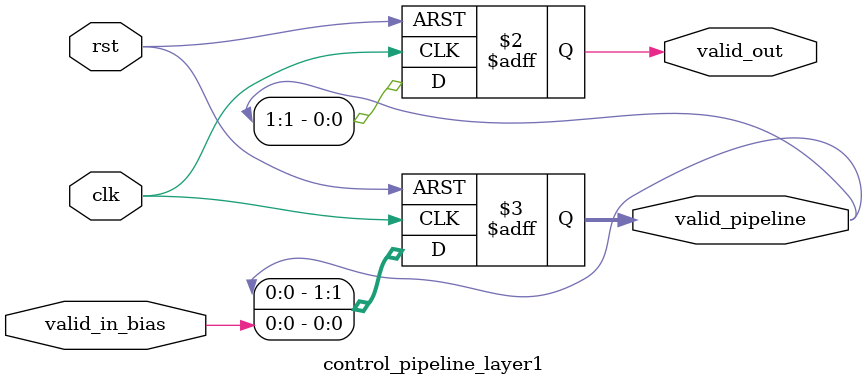
<source format=v>
module control_pipeline_layer1(
    input valid_in_bias, clk, rst,
    output reg valid_out,
    output reg [1:0] valid_pipeline
);
  
    always @(posedge clk or posedge rst) 
    begin
        if(rst)begin
            valid_pipeline[0] <= 1'd0;
            valid_pipeline[1] <= 1'd0;
            valid_out <= 1'd0;
        end
        else begin
            valid_pipeline[0] <= valid_in_bias;
            valid_pipeline[1] <= valid_pipeline[0];
            valid_out <= valid_pipeline[1];
        end
    end        


endmodule






</source>
